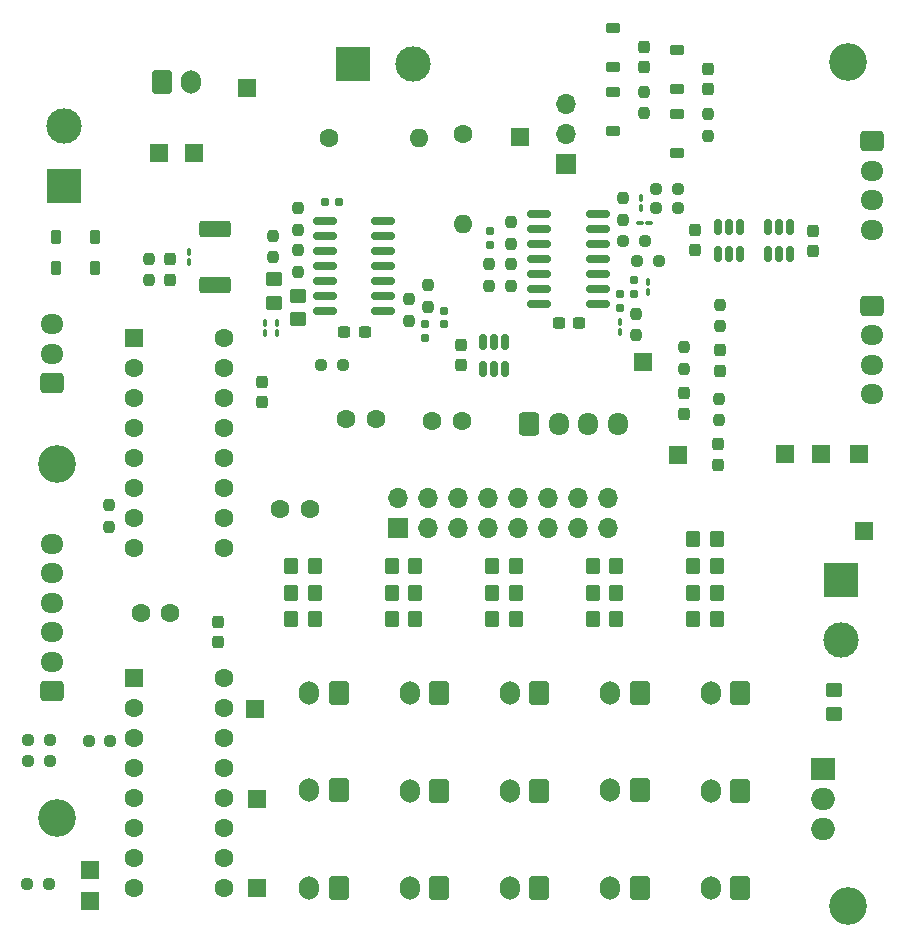
<source format=gbr>
%TF.GenerationSoftware,KiCad,Pcbnew,9.0.0*%
%TF.CreationDate,2025-04-04T02:17:59+01:00*%
%TF.ProjectId,Analogue Board,416e616c-6f67-4756-9520-426f6172642e,rev?*%
%TF.SameCoordinates,Original*%
%TF.FileFunction,Soldermask,Top*%
%TF.FilePolarity,Negative*%
%FSLAX46Y46*%
G04 Gerber Fmt 4.6, Leading zero omitted, Abs format (unit mm)*
G04 Created by KiCad (PCBNEW 9.0.0) date 2025-04-04 02:17:59*
%MOMM*%
%LPD*%
G01*
G04 APERTURE LIST*
G04 Aperture macros list*
%AMRoundRect*
0 Rectangle with rounded corners*
0 $1 Rounding radius*
0 $2 $3 $4 $5 $6 $7 $8 $9 X,Y pos of 4 corners*
0 Add a 4 corners polygon primitive as box body*
4,1,4,$2,$3,$4,$5,$6,$7,$8,$9,$2,$3,0*
0 Add four circle primitives for the rounded corners*
1,1,$1+$1,$2,$3*
1,1,$1+$1,$4,$5*
1,1,$1+$1,$6,$7*
1,1,$1+$1,$8,$9*
0 Add four rect primitives between the rounded corners*
20,1,$1+$1,$2,$3,$4,$5,0*
20,1,$1+$1,$4,$5,$6,$7,0*
20,1,$1+$1,$6,$7,$8,$9,0*
20,1,$1+$1,$8,$9,$2,$3,0*%
G04 Aperture macros list end*
%ADD10C,3.200000*%
%ADD11O,1.700000X1.700000*%
%ADD12R,1.700000X1.700000*%
%ADD13C,1.600000*%
%ADD14O,1.600000X1.600000*%
%ADD15RoundRect,0.250000X-0.350000X-0.450000X0.350000X-0.450000X0.350000X0.450000X-0.350000X0.450000X0*%
%ADD16RoundRect,0.237500X0.237500X-0.250000X0.237500X0.250000X-0.237500X0.250000X-0.237500X-0.250000X0*%
%ADD17RoundRect,0.250000X0.600000X0.750000X-0.600000X0.750000X-0.600000X-0.750000X0.600000X-0.750000X0*%
%ADD18O,1.700000X2.000000*%
%ADD19RoundRect,0.237500X0.237500X-0.300000X0.237500X0.300000X-0.237500X0.300000X-0.237500X-0.300000X0*%
%ADD20R,1.500000X1.500000*%
%ADD21RoundRect,0.237500X-0.250000X-0.237500X0.250000X-0.237500X0.250000X0.237500X-0.250000X0.237500X0*%
%ADD22RoundRect,0.250000X-0.550000X-0.550000X0.550000X-0.550000X0.550000X0.550000X-0.550000X0.550000X0*%
%ADD23RoundRect,0.160000X-0.160000X0.197500X-0.160000X-0.197500X0.160000X-0.197500X0.160000X0.197500X0*%
%ADD24RoundRect,0.100000X-0.217500X-0.100000X0.217500X-0.100000X0.217500X0.100000X-0.217500X0.100000X0*%
%ADD25RoundRect,0.160000X-0.197500X-0.160000X0.197500X-0.160000X0.197500X0.160000X-0.197500X0.160000X0*%
%ADD26RoundRect,0.250000X0.725000X-0.600000X0.725000X0.600000X-0.725000X0.600000X-0.725000X-0.600000X0*%
%ADD27O,1.950000X1.700000*%
%ADD28RoundRect,0.250000X-0.450000X0.350000X-0.450000X-0.350000X0.450000X-0.350000X0.450000X0.350000X0*%
%ADD29RoundRect,0.237500X-0.237500X0.250000X-0.237500X-0.250000X0.237500X-0.250000X0.237500X0.250000X0*%
%ADD30RoundRect,0.100000X0.100000X-0.217500X0.100000X0.217500X-0.100000X0.217500X-0.100000X-0.217500X0*%
%ADD31RoundRect,0.225000X0.375000X-0.225000X0.375000X0.225000X-0.375000X0.225000X-0.375000X-0.225000X0*%
%ADD32R,3.000000X3.000000*%
%ADD33C,3.000000*%
%ADD34RoundRect,0.237500X0.250000X0.237500X-0.250000X0.237500X-0.250000X-0.237500X0.250000X-0.237500X0*%
%ADD35RoundRect,0.150000X0.825000X0.150000X-0.825000X0.150000X-0.825000X-0.150000X0.825000X-0.150000X0*%
%ADD36RoundRect,0.150000X-0.150000X0.512500X-0.150000X-0.512500X0.150000X-0.512500X0.150000X0.512500X0*%
%ADD37RoundRect,0.250000X-0.600000X-0.750000X0.600000X-0.750000X0.600000X0.750000X-0.600000X0.750000X0*%
%ADD38RoundRect,0.249999X1.075001X-0.450001X1.075001X0.450001X-1.075001X0.450001X-1.075001X-0.450001X0*%
%ADD39RoundRect,0.237500X-0.237500X0.300000X-0.237500X-0.300000X0.237500X-0.300000X0.237500X0.300000X0*%
%ADD40RoundRect,0.237500X-0.237500X0.287500X-0.237500X-0.287500X0.237500X-0.287500X0.237500X0.287500X0*%
%ADD41RoundRect,0.155000X-0.155000X0.212500X-0.155000X-0.212500X0.155000X-0.212500X0.155000X0.212500X0*%
%ADD42RoundRect,0.100000X-0.100000X0.217500X-0.100000X-0.217500X0.100000X-0.217500X0.100000X0.217500X0*%
%ADD43RoundRect,0.250000X-0.725000X0.600000X-0.725000X-0.600000X0.725000X-0.600000X0.725000X0.600000X0*%
%ADD44R,2.000000X1.905000*%
%ADD45O,2.000000X1.905000*%
%ADD46RoundRect,0.250000X0.450000X-0.350000X0.450000X0.350000X-0.450000X0.350000X-0.450000X-0.350000X0*%
%ADD47RoundRect,0.250000X-0.600000X-0.725000X0.600000X-0.725000X0.600000X0.725000X-0.600000X0.725000X0*%
%ADD48O,1.700000X1.950000*%
%ADD49RoundRect,0.225000X0.225000X0.375000X-0.225000X0.375000X-0.225000X-0.375000X0.225000X-0.375000X0*%
%ADD50RoundRect,0.237500X0.300000X0.237500X-0.300000X0.237500X-0.300000X-0.237500X0.300000X-0.237500X0*%
%ADD51RoundRect,0.225000X-0.225000X-0.375000X0.225000X-0.375000X0.225000X0.375000X-0.225000X0.375000X0*%
G04 APERTURE END LIST*
D10*
%TO.C,H2*%
X160400000Y-71600000D03*
%TD*%
D11*
%TO.C,J3*%
X140080000Y-108500000D03*
X140080000Y-111040000D03*
X137540000Y-108500000D03*
X137540000Y-111040000D03*
X135000000Y-108500000D03*
X135000000Y-111040000D03*
X132460000Y-108500000D03*
X132460000Y-111040000D03*
X129920000Y-108500000D03*
X129920000Y-111040000D03*
X127380000Y-108500000D03*
X127380000Y-111040000D03*
X124840000Y-108500000D03*
X124840000Y-111040000D03*
X122300000Y-108500000D03*
D12*
X122300000Y-111040000D03*
%TD*%
D13*
%TO.C,R14*%
X116440000Y-78000000D03*
D14*
X124060000Y-78000000D03*
%TD*%
D13*
%TO.C,R13*%
X127750000Y-77690000D03*
D14*
X127750000Y-85310000D03*
%TD*%
D15*
%TO.C,R34*%
X121750000Y-118750000D03*
X123750000Y-118750000D03*
%TD*%
D16*
%TO.C,R43*%
X97800000Y-110912500D03*
X97800000Y-109087500D03*
%TD*%
D17*
%TO.C,TH13*%
X125750000Y-141500000D03*
D18*
X123250000Y-141500000D03*
%TD*%
D19*
%TO.C,C12*%
X110750000Y-100362500D03*
X110750000Y-98637500D03*
%TD*%
D20*
%TO.C,VCCS_EN1*%
X143000000Y-97000000D03*
%TD*%
%TO.C,W_HV1*%
X155000000Y-104750000D03*
%TD*%
D21*
%TO.C,R37*%
X115750000Y-97250000D03*
X117575000Y-97250000D03*
%TD*%
D20*
%TO.C,+8V1*%
X109500000Y-73775000D03*
%TD*%
D22*
%TO.C,U3*%
X99880000Y-123720000D03*
D13*
X99880000Y-126260000D03*
X99880000Y-128800000D03*
X99880000Y-131340000D03*
X99880000Y-133880000D03*
X99880000Y-136420000D03*
X99880000Y-138960000D03*
X99880000Y-141500000D03*
X107500000Y-141500000D03*
X107500000Y-138960000D03*
X107500000Y-136420000D03*
X107500000Y-133880000D03*
X107500000Y-131340000D03*
X107500000Y-128800000D03*
X107500000Y-126260000D03*
X107500000Y-123720000D03*
%TD*%
D15*
%TO.C,R31*%
X147250000Y-118750000D03*
X149250000Y-118750000D03*
%TD*%
D21*
%TO.C,R40*%
X141333900Y-86718800D03*
X143158900Y-86718800D03*
%TD*%
%TO.C,R20*%
X90887500Y-141200000D03*
X92712500Y-141200000D03*
%TD*%
D17*
%TO.C,TH1*%
X125750000Y-125000000D03*
D18*
X123250000Y-125000000D03*
%TD*%
D23*
%TO.C,R8*%
X142246400Y-90018800D03*
X142246400Y-91213800D03*
%TD*%
D24*
%TO.C,C18*%
X142738900Y-85218800D03*
X143553900Y-85218800D03*
%TD*%
D17*
%TO.C,TH0*%
X117250000Y-125000000D03*
D18*
X114750000Y-125000000D03*
%TD*%
D25*
%TO.C,R1*%
X116105000Y-83400000D03*
X117300000Y-83400000D03*
%TD*%
D26*
%TO.C,MUX1*%
X93000000Y-124860000D03*
D27*
X93000000Y-122360000D03*
X93000000Y-119860000D03*
X93000000Y-117360000D03*
X93000000Y-114860000D03*
X93000000Y-112360000D03*
%TD*%
D28*
%TO.C,R5*%
X111787500Y-89950000D03*
X111787500Y-91950000D03*
%TD*%
D17*
%TO.C,TH4*%
X151250000Y-125000000D03*
D18*
X148750000Y-125000000D03*
%TD*%
D13*
%TO.C,C11*%
X120400000Y-101800000D03*
X117900000Y-101800000D03*
%TD*%
D21*
%TO.C,R44*%
X96087500Y-129110000D03*
X97912500Y-129110000D03*
%TD*%
D29*
%TO.C,R15*%
X124800000Y-90487500D03*
X124800000Y-92312500D03*
%TD*%
D30*
%TO.C,C2*%
X111037500Y-94500000D03*
X111037500Y-93685000D03*
%TD*%
D23*
%TO.C,R11*%
X141046400Y-91221300D03*
X141046400Y-92416300D03*
%TD*%
D31*
%TO.C,D3*%
X145900000Y-73862500D03*
X145900000Y-70562500D03*
%TD*%
D16*
%TO.C,R6*%
X113787500Y-89362500D03*
X113787500Y-87537500D03*
%TD*%
D32*
%TO.C,HV_IN1*%
X118460000Y-71750000D03*
D33*
X123540000Y-71750000D03*
%TD*%
D16*
%TO.C,R49*%
X149510000Y-93937500D03*
X149510000Y-92112500D03*
%TD*%
D34*
%TO.C,R38*%
X145958900Y-83918800D03*
X144133900Y-83918800D03*
%TD*%
D35*
%TO.C,U6*%
X139196400Y-92038800D03*
X139196400Y-90768800D03*
X139196400Y-89498800D03*
X139196400Y-88228800D03*
X139196400Y-86958800D03*
X139196400Y-85688800D03*
X139196400Y-84418800D03*
X134246400Y-84418800D03*
X134246400Y-85688800D03*
X134246400Y-86958800D03*
X134246400Y-88228800D03*
X134246400Y-89498800D03*
X134246400Y-90768800D03*
X134246400Y-92038800D03*
%TD*%
D20*
%TO.C,V_SO1*%
X105000000Y-79250000D03*
%TD*%
D13*
%TO.C,C23*%
X127650000Y-102000000D03*
X125150000Y-102000000D03*
%TD*%
D15*
%TO.C,R22*%
X121750000Y-114250000D03*
X123750000Y-114250000D03*
%TD*%
D13*
%TO.C,C14*%
X100500000Y-118250000D03*
X103000000Y-118250000D03*
%TD*%
D30*
%TO.C,C19*%
X142846400Y-83926300D03*
X142846400Y-83111300D03*
%TD*%
D17*
%TO.C,TH11*%
X142750000Y-141500000D03*
D18*
X140250000Y-141500000D03*
%TD*%
D13*
%TO.C,C13*%
X114800000Y-109400000D03*
X112300000Y-109400000D03*
%TD*%
D34*
%TO.C,R39*%
X145958900Y-82318800D03*
X144133900Y-82318800D03*
%TD*%
D36*
%TO.C,U4*%
X131350000Y-95300000D03*
X130400000Y-95300000D03*
X129450000Y-95300000D03*
X129450000Y-97575000D03*
X130400000Y-97575000D03*
X131350000Y-97575000D03*
%TD*%
D15*
%TO.C,R30*%
X147250000Y-116500000D03*
X149250000Y-116500000D03*
%TD*%
D29*
%TO.C,R46*%
X131820000Y-85161900D03*
X131820000Y-86986900D03*
%TD*%
D17*
%TO.C,TH8*%
X142750000Y-133250000D03*
D18*
X140250000Y-133250000D03*
%TD*%
D17*
%TO.C,TH7*%
X134250000Y-133275000D03*
D18*
X131750000Y-133275000D03*
%TD*%
D34*
%TO.C,R9*%
X144358900Y-88418800D03*
X142533900Y-88418800D03*
%TD*%
D37*
%TO.C,8V_IN1*%
X102250000Y-73250000D03*
D18*
X104750000Y-73250000D03*
%TD*%
D23*
%TO.C,R45*%
X130042000Y-85883300D03*
X130042000Y-87078300D03*
%TD*%
D15*
%TO.C,R21*%
X113250000Y-114250000D03*
X115250000Y-114250000D03*
%TD*%
%TO.C,R29*%
X138750000Y-116500000D03*
X140750000Y-116500000D03*
%TD*%
D38*
%TO.C,R3*%
X106800000Y-90500000D03*
X106800000Y-85700000D03*
%TD*%
D39*
%TO.C,C15*%
X107000000Y-119000000D03*
X107000000Y-120725000D03*
%TD*%
D19*
%TO.C,C6*%
X148500000Y-73900000D03*
X148500000Y-72175000D03*
%TD*%
D16*
%TO.C,R12*%
X148500000Y-77812500D03*
X148500000Y-75987500D03*
%TD*%
D19*
%TO.C,C20*%
X143100000Y-72000000D03*
X143100000Y-70275000D03*
%TD*%
D15*
%TO.C,R27*%
X121750000Y-116500000D03*
X123750000Y-116500000D03*
%TD*%
D40*
%TO.C,8V_OK1*%
X146510000Y-99625000D03*
X146510000Y-101375000D03*
%TD*%
D20*
%TO.C,MU_B1*%
X110300000Y-134000000D03*
%TD*%
D39*
%TO.C,C22*%
X157446400Y-85856300D03*
X157446400Y-87581300D03*
%TD*%
D20*
%TO.C,I_SOF1*%
X161290000Y-104775000D03*
%TD*%
D15*
%TO.C,R35*%
X113250000Y-118750000D03*
X115250000Y-118750000D03*
%TD*%
%TO.C,R25*%
X147250000Y-114250000D03*
X149250000Y-114250000D03*
%TD*%
D21*
%TO.C,R18*%
X90975000Y-129000000D03*
X92800000Y-129000000D03*
%TD*%
D15*
%TO.C,R26*%
X113250000Y-116500000D03*
X115250000Y-116500000D03*
%TD*%
D36*
%TO.C,U7*%
X151246400Y-85518800D03*
X150296400Y-85518800D03*
X149346400Y-85518800D03*
X149346400Y-87793800D03*
X150296400Y-87793800D03*
X151246400Y-87793800D03*
%TD*%
D15*
%TO.C,R23*%
X130250000Y-114250000D03*
X132250000Y-114250000D03*
%TD*%
D40*
%TO.C,5V_OK1*%
X149400000Y-103950000D03*
X149400000Y-105700000D03*
%TD*%
D15*
%TO.C,R28*%
X130250000Y-116500000D03*
X132250000Y-116500000D03*
%TD*%
D21*
%TO.C,R19*%
X90987500Y-130800000D03*
X92812500Y-130800000D03*
%TD*%
D17*
%TO.C,TH12*%
X134250000Y-141500000D03*
D18*
X131750000Y-141500000D03*
%TD*%
D36*
%TO.C,U8*%
X155496400Y-85581300D03*
X154546400Y-85581300D03*
X153596400Y-85581300D03*
X153596400Y-87856300D03*
X154546400Y-87856300D03*
X155496400Y-87856300D03*
%TD*%
D41*
%TO.C,C8*%
X124600000Y-93800000D03*
X124600000Y-94935000D03*
%TD*%
D17*
%TO.C,TH3*%
X142750000Y-125000000D03*
D18*
X140250000Y-125000000D03*
%TD*%
D31*
%TO.C,D4*%
X140500000Y-77400000D03*
X140500000Y-74100000D03*
%TD*%
D42*
%TO.C,C5*%
X143446400Y-90211300D03*
X143446400Y-91026300D03*
%TD*%
D17*
%TO.C,TH6*%
X125750000Y-133275000D03*
D18*
X123250000Y-133275000D03*
%TD*%
D43*
%TO.C,I_SENSE_OUT1*%
X162400000Y-78300000D03*
D27*
X162400000Y-80800000D03*
X162400000Y-83300000D03*
X162400000Y-85800000D03*
%TD*%
D29*
%TO.C,R16*%
X123200000Y-91687500D03*
X123200000Y-93512500D03*
%TD*%
D16*
%TO.C,R42*%
X143100000Y-75912500D03*
X143100000Y-74087500D03*
%TD*%
D22*
%TO.C,U2*%
X99880000Y-94910000D03*
D13*
X99880000Y-97450000D03*
X99880000Y-99990000D03*
X99880000Y-102530000D03*
X99880000Y-105070000D03*
X99880000Y-107610000D03*
X99880000Y-110150000D03*
X99880000Y-112690000D03*
X107500000Y-112690000D03*
X107500000Y-110150000D03*
X107500000Y-107610000D03*
X107500000Y-105070000D03*
X107500000Y-102530000D03*
X107500000Y-99990000D03*
X107500000Y-97450000D03*
X107500000Y-94910000D03*
%TD*%
D44*
%TO.C,Q1*%
X158250000Y-131420000D03*
D45*
X158250000Y-133960000D03*
X158250000Y-136500000D03*
%TD*%
D43*
%TO.C,I_SENSE_IN1*%
X162400000Y-92200000D03*
D27*
X162400000Y-94700000D03*
X162400000Y-97200000D03*
X162400000Y-99700000D03*
%TD*%
D35*
%TO.C,U1*%
X121037500Y-92700000D03*
X121037500Y-91430000D03*
X121037500Y-90160000D03*
X121037500Y-88890000D03*
X121037500Y-87620000D03*
X121037500Y-86350000D03*
X121037500Y-85080000D03*
X116087500Y-85080000D03*
X116087500Y-86350000D03*
X116087500Y-87620000D03*
X116087500Y-88890000D03*
X116087500Y-90160000D03*
X116087500Y-91430000D03*
X116087500Y-92700000D03*
%TD*%
D16*
%TO.C,R41*%
X141346400Y-84943800D03*
X141346400Y-83118800D03*
%TD*%
D46*
%TO.C,TH15*%
X159195000Y-126750000D03*
X159195000Y-124750000D03*
%TD*%
D39*
%TO.C,C9*%
X103000000Y-88275000D03*
X103000000Y-90000000D03*
%TD*%
D10*
%TO.C,H1*%
X93400000Y-105600000D03*
%TD*%
D47*
%TO.C,VCCS_IN2*%
X133400000Y-102200000D03*
D48*
X135900000Y-102200000D03*
X138400000Y-102200000D03*
X140900000Y-102200000D03*
%TD*%
D16*
%TO.C,R48*%
X131820000Y-90541000D03*
X131820000Y-88716000D03*
%TD*%
%TO.C,R17*%
X101150000Y-90050000D03*
X101150000Y-88225000D03*
%TD*%
D20*
%TO.C,VCCS_S1*%
X102000000Y-79250000D03*
%TD*%
D15*
%TO.C,R24*%
X138750000Y-114250000D03*
X140750000Y-114250000D03*
%TD*%
D16*
%TO.C,R4*%
X111687500Y-88112500D03*
X111687500Y-86287500D03*
%TD*%
D39*
%TO.C,C17*%
X127600000Y-95500000D03*
X127600000Y-97225000D03*
%TD*%
D17*
%TO.C,TH14*%
X117250000Y-141485000D03*
D18*
X114750000Y-141485000D03*
%TD*%
D17*
%TO.C,TH5*%
X117250000Y-133250000D03*
D18*
X114750000Y-133250000D03*
%TD*%
D30*
%TO.C,C3*%
X104600000Y-88507500D03*
X104600000Y-87692500D03*
%TD*%
D20*
%TO.C,MU_A1*%
X110200000Y-126400000D03*
%TD*%
D49*
%TO.C,D5*%
X96603842Y-86378212D03*
X93303842Y-86378212D03*
%TD*%
D50*
%TO.C,C10*%
X119462500Y-94400000D03*
X117737500Y-94400000D03*
%TD*%
D20*
%TO.C,+5V1*%
X161750000Y-111250000D03*
%TD*%
D16*
%TO.C,R51*%
X149450000Y-101912500D03*
X149450000Y-100087500D03*
%TD*%
D15*
%TO.C,R32*%
X138750000Y-118750000D03*
X140750000Y-118750000D03*
%TD*%
D32*
%TO.C,VCCS_OUT1*%
X94000000Y-82080000D03*
D33*
X94000000Y-77000000D03*
%TD*%
D29*
%TO.C,R47*%
X129991200Y-88717900D03*
X129991200Y-90542900D03*
%TD*%
D17*
%TO.C,TH2*%
X134250000Y-125000000D03*
D18*
X131750000Y-125000000D03*
%TD*%
D10*
%TO.C,H4*%
X93400000Y-135600000D03*
%TD*%
D46*
%TO.C,R7*%
X113787500Y-93350000D03*
X113787500Y-91350000D03*
%TD*%
D40*
%TO.C,HV1*%
X149500000Y-96000000D03*
X149500000Y-97750000D03*
%TD*%
D20*
%TO.C,MU_OB1*%
X96200000Y-142600000D03*
%TD*%
D16*
%TO.C,R10*%
X142446400Y-94731300D03*
X142446400Y-92906300D03*
%TD*%
D17*
%TO.C,TH9*%
X151250000Y-133275000D03*
D18*
X148750000Y-133275000D03*
%TD*%
D15*
%TO.C,R36*%
X147250000Y-112000000D03*
X149250000Y-112000000D03*
%TD*%
D31*
%TO.C,D6*%
X145900000Y-79262500D03*
X145900000Y-75962500D03*
%TD*%
D32*
%TO.C,5V_IN1*%
X159750000Y-115420000D03*
D33*
X159750000Y-120500000D03*
%TD*%
D16*
%TO.C,R50*%
X146500000Y-97575000D03*
X146500000Y-95750000D03*
%TD*%
D10*
%TO.C,H3*%
X160400000Y-143000000D03*
%TD*%
D20*
%TO.C,I_SO1*%
X158115000Y-104775000D03*
%TD*%
D16*
%TO.C,R2*%
X113787500Y-85775000D03*
X113787500Y-83950000D03*
%TD*%
D17*
%TO.C,TH10*%
X151250000Y-141525000D03*
D18*
X148750000Y-141525000D03*
%TD*%
D26*
%TO.C,V_SENSE_OUT1*%
X93003842Y-98778212D03*
D27*
X93003842Y-96278212D03*
X93003842Y-93778212D03*
%TD*%
D41*
%TO.C,C7*%
X126200000Y-92665000D03*
X126200000Y-93800000D03*
%TD*%
D30*
%TO.C,C1*%
X112037500Y-94507500D03*
X112037500Y-93692500D03*
%TD*%
D20*
%TO.C,MU_OA1*%
X96200000Y-140000000D03*
%TD*%
D50*
%TO.C,C24*%
X137608900Y-93718800D03*
X135883900Y-93718800D03*
%TD*%
D15*
%TO.C,R33*%
X130250000Y-118750000D03*
X132250000Y-118750000D03*
%TD*%
D31*
%TO.C,D1*%
X140500000Y-72000000D03*
X140500000Y-68700000D03*
%TD*%
D30*
%TO.C,C4*%
X141046400Y-94426300D03*
X141046400Y-93611300D03*
%TD*%
D20*
%TO.C,MU_C1*%
X110300000Y-141500000D03*
%TD*%
%TO.C,VCCS_IN1*%
X146000000Y-104825000D03*
%TD*%
D51*
%TO.C,D2*%
X93300000Y-89000000D03*
X96600000Y-89000000D03*
%TD*%
D39*
%TO.C,C21*%
X147446400Y-85793800D03*
X147446400Y-87518800D03*
%TD*%
D20*
%TO.C,I_SE1*%
X132600000Y-77900000D03*
%TD*%
D12*
%TO.C,J2*%
X136493600Y-80232400D03*
D11*
X136493600Y-77692400D03*
X136493600Y-75152400D03*
%TD*%
M02*

</source>
